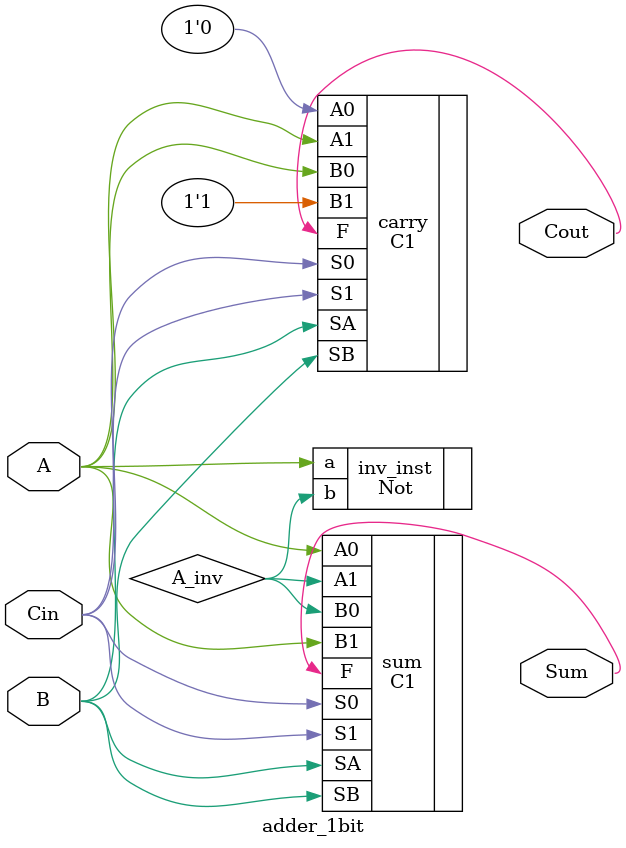
<source format=v>
module adder_1bit (
    input wire A,
    input wire B,
    input wire Cin,
    output wire Sum,
    output wire Cout
);

    wire A_inv;
    Not inv_inst (
        .a(A),
        .b(A_inv)
    );

    C1 sum (
        .A0(A), .A1(A_inv),
        .SA(B),
        .B0(A_inv), .B1(A),
        .SB(B),
        .S0(Cin), .S1(Cin),
        .F(Sum)
    );

    C1 carry (
        .A0(1'b0), .A1(A),
        .SA(B),
        .B0(A), .B1(1'b1),
        .SB(B),
        .S0(Cin), .S1(Cin),
        .F(Cout)
    );
endmodule
</source>
